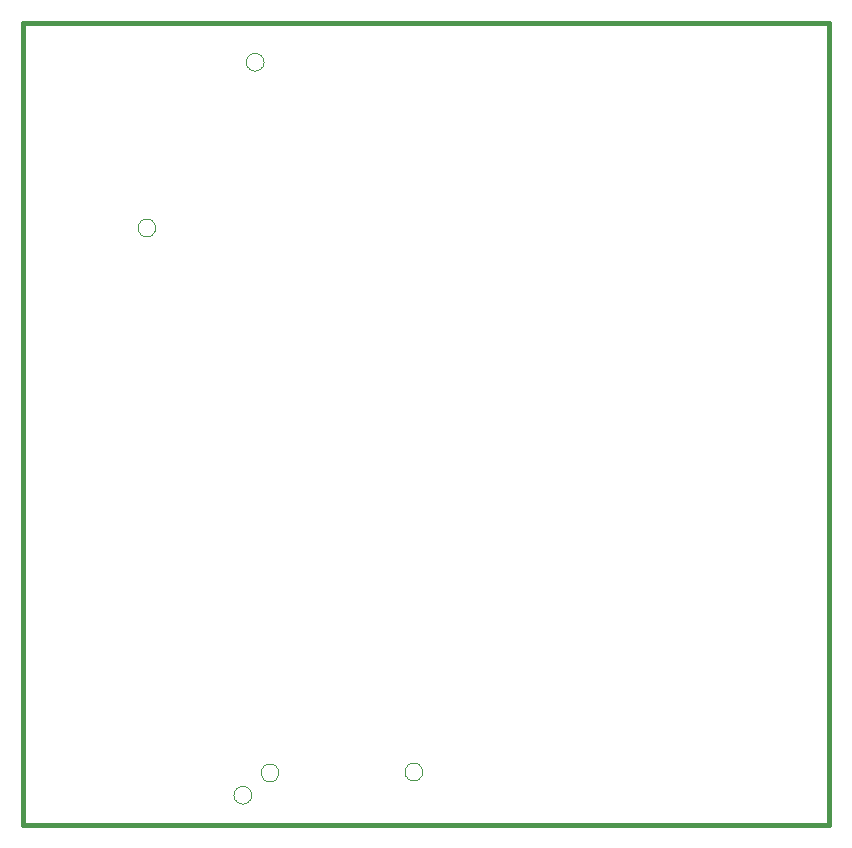
<source format=gm1>
G75*
G70*
%OFA0B0*%
%FSLAX24Y24*%
%IPPOS*%
%LPD*%
%AMOC8*
5,1,8,0,0,1.08239X$1,22.5*
%
%ADD10C,0.0160*%
%ADD11C,0.0000*%
D10*
X007067Y005206D02*
X033942Y005179D01*
X033943Y005179D01*
X033942Y005179D02*
X033943Y031931D01*
X007053Y031938D01*
X007051Y031937D02*
X007067Y005206D01*
D11*
X014077Y006202D02*
X014079Y006236D01*
X014085Y006270D01*
X014095Y006303D01*
X014108Y006334D01*
X014126Y006364D01*
X014146Y006392D01*
X014170Y006417D01*
X014196Y006439D01*
X014224Y006457D01*
X014255Y006473D01*
X014287Y006485D01*
X014321Y006493D01*
X014355Y006497D01*
X014389Y006497D01*
X014423Y006493D01*
X014457Y006485D01*
X014489Y006473D01*
X014519Y006457D01*
X014548Y006439D01*
X014574Y006417D01*
X014598Y006392D01*
X014618Y006364D01*
X014636Y006334D01*
X014649Y006303D01*
X014659Y006270D01*
X014665Y006236D01*
X014667Y006202D01*
X014665Y006168D01*
X014659Y006134D01*
X014649Y006101D01*
X014636Y006070D01*
X014618Y006040D01*
X014598Y006012D01*
X014574Y005987D01*
X014548Y005965D01*
X014520Y005947D01*
X014489Y005931D01*
X014457Y005919D01*
X014423Y005911D01*
X014389Y005907D01*
X014355Y005907D01*
X014321Y005911D01*
X014287Y005919D01*
X014255Y005931D01*
X014224Y005947D01*
X014196Y005965D01*
X014170Y005987D01*
X014146Y006012D01*
X014126Y006040D01*
X014108Y006070D01*
X014095Y006101D01*
X014085Y006134D01*
X014079Y006168D01*
X014077Y006202D01*
X014983Y006946D02*
X014985Y006980D01*
X014991Y007014D01*
X015001Y007047D01*
X015014Y007078D01*
X015032Y007108D01*
X015052Y007136D01*
X015076Y007161D01*
X015102Y007183D01*
X015130Y007201D01*
X015161Y007217D01*
X015193Y007229D01*
X015227Y007237D01*
X015261Y007241D01*
X015295Y007241D01*
X015329Y007237D01*
X015363Y007229D01*
X015395Y007217D01*
X015425Y007201D01*
X015454Y007183D01*
X015480Y007161D01*
X015504Y007136D01*
X015524Y007108D01*
X015542Y007078D01*
X015555Y007047D01*
X015565Y007014D01*
X015571Y006980D01*
X015573Y006946D01*
X015571Y006912D01*
X015565Y006878D01*
X015555Y006845D01*
X015542Y006814D01*
X015524Y006784D01*
X015504Y006756D01*
X015480Y006731D01*
X015454Y006709D01*
X015426Y006691D01*
X015395Y006675D01*
X015363Y006663D01*
X015329Y006655D01*
X015295Y006651D01*
X015261Y006651D01*
X015227Y006655D01*
X015193Y006663D01*
X015161Y006675D01*
X015130Y006691D01*
X015102Y006709D01*
X015076Y006731D01*
X015052Y006756D01*
X015032Y006784D01*
X015014Y006814D01*
X015001Y006845D01*
X014991Y006878D01*
X014985Y006912D01*
X014983Y006946D01*
X019780Y006974D02*
X019782Y007008D01*
X019788Y007042D01*
X019798Y007075D01*
X019811Y007106D01*
X019829Y007136D01*
X019849Y007164D01*
X019873Y007189D01*
X019899Y007211D01*
X019927Y007229D01*
X019958Y007245D01*
X019990Y007257D01*
X020024Y007265D01*
X020058Y007269D01*
X020092Y007269D01*
X020126Y007265D01*
X020160Y007257D01*
X020192Y007245D01*
X020222Y007229D01*
X020251Y007211D01*
X020277Y007189D01*
X020301Y007164D01*
X020321Y007136D01*
X020339Y007106D01*
X020352Y007075D01*
X020362Y007042D01*
X020368Y007008D01*
X020370Y006974D01*
X020368Y006940D01*
X020362Y006906D01*
X020352Y006873D01*
X020339Y006842D01*
X020321Y006812D01*
X020301Y006784D01*
X020277Y006759D01*
X020251Y006737D01*
X020223Y006719D01*
X020192Y006703D01*
X020160Y006691D01*
X020126Y006683D01*
X020092Y006679D01*
X020058Y006679D01*
X020024Y006683D01*
X019990Y006691D01*
X019958Y006703D01*
X019927Y006719D01*
X019899Y006737D01*
X019873Y006759D01*
X019849Y006784D01*
X019829Y006812D01*
X019811Y006842D01*
X019798Y006873D01*
X019788Y006906D01*
X019782Y006940D01*
X019780Y006974D01*
X010879Y025108D02*
X010881Y025142D01*
X010887Y025176D01*
X010897Y025209D01*
X010910Y025240D01*
X010928Y025270D01*
X010948Y025298D01*
X010972Y025323D01*
X010998Y025345D01*
X011026Y025363D01*
X011057Y025379D01*
X011089Y025391D01*
X011123Y025399D01*
X011157Y025403D01*
X011191Y025403D01*
X011225Y025399D01*
X011259Y025391D01*
X011291Y025379D01*
X011321Y025363D01*
X011350Y025345D01*
X011376Y025323D01*
X011400Y025298D01*
X011420Y025270D01*
X011438Y025240D01*
X011451Y025209D01*
X011461Y025176D01*
X011467Y025142D01*
X011469Y025108D01*
X011467Y025074D01*
X011461Y025040D01*
X011451Y025007D01*
X011438Y024976D01*
X011420Y024946D01*
X011400Y024918D01*
X011376Y024893D01*
X011350Y024871D01*
X011322Y024853D01*
X011291Y024837D01*
X011259Y024825D01*
X011225Y024817D01*
X011191Y024813D01*
X011157Y024813D01*
X011123Y024817D01*
X011089Y024825D01*
X011057Y024837D01*
X011026Y024853D01*
X010998Y024871D01*
X010972Y024893D01*
X010948Y024918D01*
X010928Y024946D01*
X010910Y024976D01*
X010897Y025007D01*
X010887Y025040D01*
X010881Y025074D01*
X010879Y025108D01*
X014488Y030637D02*
X014490Y030671D01*
X014496Y030705D01*
X014506Y030738D01*
X014519Y030769D01*
X014537Y030799D01*
X014557Y030827D01*
X014581Y030852D01*
X014607Y030874D01*
X014635Y030892D01*
X014666Y030908D01*
X014698Y030920D01*
X014732Y030928D01*
X014766Y030932D01*
X014800Y030932D01*
X014834Y030928D01*
X014868Y030920D01*
X014900Y030908D01*
X014930Y030892D01*
X014959Y030874D01*
X014985Y030852D01*
X015009Y030827D01*
X015029Y030799D01*
X015047Y030769D01*
X015060Y030738D01*
X015070Y030705D01*
X015076Y030671D01*
X015078Y030637D01*
X015076Y030603D01*
X015070Y030569D01*
X015060Y030536D01*
X015047Y030505D01*
X015029Y030475D01*
X015009Y030447D01*
X014985Y030422D01*
X014959Y030400D01*
X014931Y030382D01*
X014900Y030366D01*
X014868Y030354D01*
X014834Y030346D01*
X014800Y030342D01*
X014766Y030342D01*
X014732Y030346D01*
X014698Y030354D01*
X014666Y030366D01*
X014635Y030382D01*
X014607Y030400D01*
X014581Y030422D01*
X014557Y030447D01*
X014537Y030475D01*
X014519Y030505D01*
X014506Y030536D01*
X014496Y030569D01*
X014490Y030603D01*
X014488Y030637D01*
M02*

</source>
